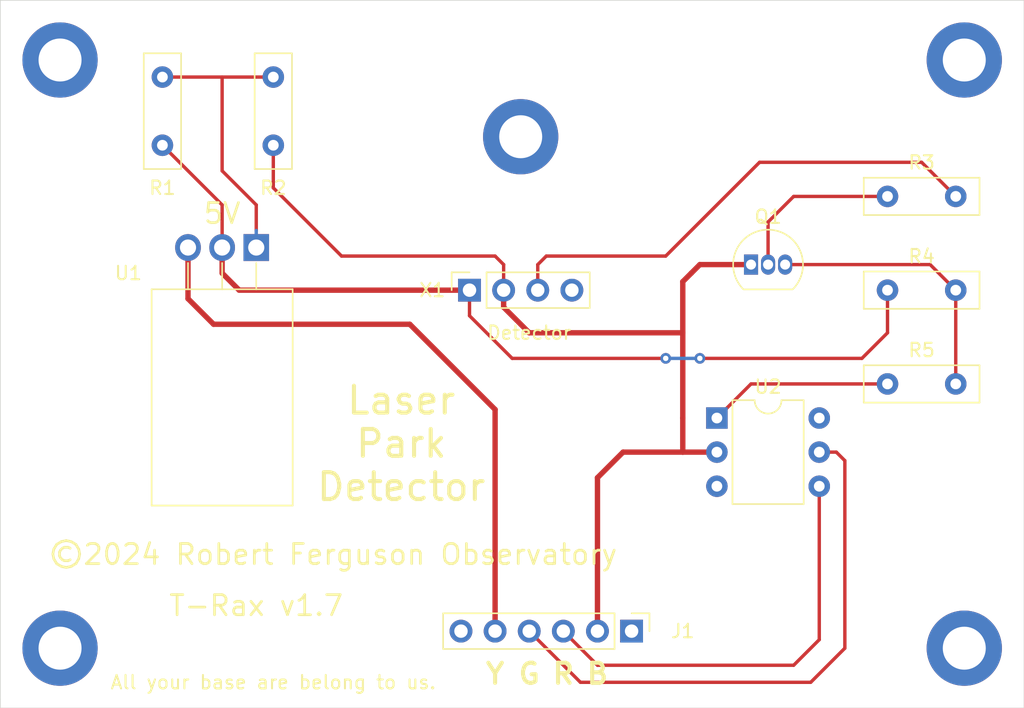
<source format=kicad_pcb>
(kicad_pcb (version 20171130) (host pcbnew "(5.1.9-0-10_14)")

  (general
    (thickness 1.6)
    (drawings 14)
    (tracks 71)
    (zones 0)
    (modules 15)
    (nets 11)
  )

  (page A4)
  (layers
    (0 F.Cu signal)
    (31 B.Cu signal)
    (32 B.Adhes user)
    (33 F.Adhes user)
    (34 B.Paste user)
    (35 F.Paste user)
    (36 B.SilkS user)
    (37 F.SilkS user)
    (38 B.Mask user)
    (39 F.Mask user)
    (40 Dwgs.User user)
    (41 Cmts.User user)
    (42 Eco1.User user)
    (43 Eco2.User user)
    (44 Edge.Cuts user)
    (45 Margin user)
    (46 B.CrtYd user)
    (47 F.CrtYd user)
    (48 B.Fab user)
    (49 F.Fab user)
  )

  (setup
    (last_trace_width 0.25)
    (user_trace_width 0.4)
    (user_trace_width 1)
    (trace_clearance 0.2)
    (zone_clearance 0.508)
    (zone_45_only no)
    (trace_min 0.2)
    (via_size 0.8)
    (via_drill 0.4)
    (via_min_size 0.4)
    (via_min_drill 0.3)
    (uvia_size 0.3)
    (uvia_drill 0.1)
    (uvias_allowed no)
    (uvia_min_size 0.2)
    (uvia_min_drill 0.1)
    (edge_width 0.05)
    (segment_width 0.2)
    (pcb_text_width 0.3)
    (pcb_text_size 1.5 1.5)
    (mod_edge_width 0.12)
    (mod_text_size 1 1)
    (mod_text_width 0.15)
    (pad_size 5.6 5.6)
    (pad_drill 3.2)
    (pad_to_mask_clearance 0)
    (aux_axis_origin 0 0)
    (visible_elements FFFFFF7F)
    (pcbplotparams
      (layerselection 0x010fc_ffffffff)
      (usegerberextensions false)
      (usegerberattributes true)
      (usegerberadvancedattributes true)
      (creategerberjobfile true)
      (excludeedgelayer true)
      (linewidth 0.100000)
      (plotframeref false)
      (viasonmask false)
      (mode 1)
      (useauxorigin false)
      (hpglpennumber 1)
      (hpglpenspeed 20)
      (hpglpendiameter 15.000000)
      (psnegative false)
      (psa4output false)
      (plotreference true)
      (plotvalue true)
      (plotinvisibletext false)
      (padsonsilk false)
      (subtractmaskfromsilk false)
      (outputformat 1)
      (mirror false)
      (drillshape 1)
      (scaleselection 1)
      (outputdirectory ""))
  )

  (net 0 "")
  (net 1 GND)
  (net 2 "Net-(J1-Pad3)")
  (net 3 "Net-(J1-Pad4)")
  (net 4 "Net-(J1-Pad5)")
  (net 5 "Net-(Q1-Pad2)")
  (net 6 "Net-(Q1-Pad3)")
  (net 7 "Net-(R1-Pad1)")
  (net 8 "Net-(R1-Pad2)")
  (net 9 "Net-(R3-Pad2)")
  (net 10 "Net-(R5-Pad1)")

  (net_class Default "This is the default net class."
    (clearance 0.2)
    (trace_width 0.25)
    (via_dia 0.8)
    (via_drill 0.4)
    (uvia_dia 0.3)
    (uvia_drill 0.1)
    (add_net GND)
    (add_net "Net-(J1-Pad3)")
    (add_net "Net-(J1-Pad4)")
    (add_net "Net-(J1-Pad5)")
    (add_net "Net-(Q1-Pad2)")
    (add_net "Net-(Q1-Pad3)")
    (add_net "Net-(R1-Pad1)")
    (add_net "Net-(R1-Pad2)")
    (add_net "Net-(R3-Pad2)")
    (add_net "Net-(R5-Pad1)")
  )

  (module MountingHole:MountingHole_3.2mm_M3_DIN965_Pad (layer F.Cu) (tedit 65D3B5AB) (tstamp 65D41F09)
    (at 99.695 61.595)
    (descr "Mounting Hole 3.2mm, M3, DIN965")
    (tags "mounting hole 3.2mm m3 din965")
    (attr virtual)
    (fp_text reference REF** (at 0 -3.8) (layer F.SilkS) hide
      (effects (font (size 1 1) (thickness 0.15)))
    )
    (fp_text value MountingHole_3.2mm_M3_DIN965_Pad (at 0 3.8) (layer F.Fab) hide
      (effects (font (size 1 1) (thickness 0.15)))
    )
    (fp_circle (center 0 0) (end 2.8 0) (layer Cmts.User) (width 0.15))
    (fp_circle (center 0 0) (end 3.05 0) (layer F.CrtYd) (width 0.05))
    (fp_text user %R (at 0.3 0) (layer F.Fab)
      (effects (font (size 1 1) (thickness 0.15)))
    )
    (pad "" thru_hole circle (at 0 0) (size 5.6 5.6) (drill 3.2) (layers *.Cu *.Mask))
  )

  (module Package_TO_SOT_THT:TO-220F-3_Horizontal_TabDown (layer F.Cu) (tedit 5AC8BA0D) (tstamp 65D400C4)
    (at 80.01 69.85 180)
    (descr "TO-220F-3, Horizontal, RM 2.54mm, see http://www.st.com/resource/en/datasheet/stp20nm60.pdf")
    (tags "TO-220F-3 Horizontal RM 2.54mm")
    (path /65EBE818)
    (fp_text reference U1 (at 9.525 -1.905) (layer F.SilkS)
      (effects (font (size 1 1) (thickness 0.15)))
    )
    (fp_text value LM1084 (at 2.54 2.9025) (layer F.Fab)
      (effects (font (size 1 1) (thickness 0.15)))
    )
    (fp_text user %R (at 2.54 -4.1675) (layer F.Fab)
      (effects (font (size 1 1) (thickness 0.15)))
    )
    (fp_circle (center 2.54 -15.8) (end 4.39 -15.8) (layer F.Fab) (width 0.1))
    (fp_line (start -2.59 -12.42) (end -2.59 -19.1) (layer F.Fab) (width 0.1))
    (fp_line (start -2.59 -19.1) (end 7.67 -19.1) (layer F.Fab) (width 0.1))
    (fp_line (start 7.67 -19.1) (end 7.67 -12.42) (layer F.Fab) (width 0.1))
    (fp_line (start 7.67 -12.42) (end -2.59 -12.42) (layer F.Fab) (width 0.1))
    (fp_line (start -2.59 -3.23) (end -2.59 -12.42) (layer F.Fab) (width 0.1))
    (fp_line (start -2.59 -12.42) (end 7.67 -12.42) (layer F.Fab) (width 0.1))
    (fp_line (start 7.67 -12.42) (end 7.67 -3.23) (layer F.Fab) (width 0.1))
    (fp_line (start 7.67 -3.23) (end -2.59 -3.23) (layer F.Fab) (width 0.1))
    (fp_line (start 0 -3.23) (end 0 0) (layer F.Fab) (width 0.1))
    (fp_line (start 2.54 -3.23) (end 2.54 0) (layer F.Fab) (width 0.1))
    (fp_line (start 5.08 -3.23) (end 5.08 0) (layer F.Fab) (width 0.1))
    (fp_line (start -2.71 -3.11) (end 7.79 -3.11) (layer F.SilkS) (width 0.12))
    (fp_line (start -2.71 -19.22) (end 7.79 -19.22) (layer F.SilkS) (width 0.12))
    (fp_line (start -2.71 -19.22) (end -2.71 -3.11) (layer F.SilkS) (width 0.12))
    (fp_line (start 7.79 -19.22) (end 7.79 -3.11) (layer F.SilkS) (width 0.12))
    (fp_line (start 0 -3.11) (end 0 -1.15) (layer F.SilkS) (width 0.12))
    (fp_line (start 2.54 -3.11) (end 2.54 -1.15) (layer F.SilkS) (width 0.12))
    (fp_line (start 5.08 -3.11) (end 5.08 -1.15) (layer F.SilkS) (width 0.12))
    (fp_line (start -2.84 -19.35) (end -2.84 1.25) (layer F.CrtYd) (width 0.05))
    (fp_line (start -2.84 1.25) (end 7.92 1.25) (layer F.CrtYd) (width 0.05))
    (fp_line (start 7.92 1.25) (end 7.92 -19.35) (layer F.CrtYd) (width 0.05))
    (fp_line (start 7.92 -19.35) (end -2.84 -19.35) (layer F.CrtYd) (width 0.05))
    (pad 3 thru_hole oval (at 5.08 0 180) (size 1.905 2) (drill 1.2) (layers *.Cu *.Mask)
      (net 4 "Net-(J1-Pad5)"))
    (pad 2 thru_hole oval (at 2.54 0 180) (size 1.905 2) (drill 1.2) (layers *.Cu *.Mask)
      (net 8 "Net-(R1-Pad2)"))
    (pad 1 thru_hole rect (at 0 0 180) (size 1.905 2) (drill 1.2) (layers *.Cu *.Mask)
      (net 7 "Net-(R1-Pad1)"))
    (pad "" np_thru_hole oval (at 2.54 -15.8 180) (size 3.5 3.5) (drill 3.5) (layers *.Cu *.Mask))
    (model ${KISYS3DMOD}/Package_TO_SOT_THT.3dshapes/TO-220F-3_Horizontal_TabDown.wrl
      (at (xyz 0 0 0))
      (scale (xyz 1 1 1))
      (rotate (xyz 0 0 0))
    )
  )

  (module MountingHole:MountingHole_3.2mm_M3_DIN965_Pad (layer F.Cu) (tedit 65D3B5AB) (tstamp 65D413C3)
    (at 65.405 55.88)
    (descr "Mounting Hole 3.2mm, M3, DIN965")
    (tags "mounting hole 3.2mm m3 din965")
    (attr virtual)
    (fp_text reference REF** (at 0 -3.8) (layer F.SilkS) hide
      (effects (font (size 1 1) (thickness 0.15)))
    )
    (fp_text value MountingHole_3.2mm_M3_DIN965_Pad (at 0 3.8) (layer F.Fab) hide
      (effects (font (size 1 1) (thickness 0.15)))
    )
    (fp_text user %R (at 0.3 0) (layer F.Fab)
      (effects (font (size 1 1) (thickness 0.15)))
    )
    (fp_circle (center 0 0) (end 2.8 0) (layer Cmts.User) (width 0.15))
    (fp_circle (center 0 0) (end 3.05 0) (layer F.CrtYd) (width 0.05))
    (pad "" thru_hole circle (at 0 0) (size 5.6 5.6) (drill 3.2) (layers *.Cu *.Mask))
  )

  (module MountingHole:MountingHole_3.2mm_M3_DIN965_Pad (layer F.Cu) (tedit 65D3B594) (tstamp 65D4136F)
    (at 65.405 99.695)
    (descr "Mounting Hole 3.2mm, M3, DIN965")
    (tags "mounting hole 3.2mm m3 din965")
    (attr virtual)
    (fp_text reference REF** (at 0 -3.8) (layer F.SilkS) hide
      (effects (font (size 1 1) (thickness 0.15)))
    )
    (fp_text value MountingHole_3.2mm_M3_DIN965_Pad (at 0 3.8) (layer F.Fab) hide
      (effects (font (size 1 1) (thickness 0.15)))
    )
    (fp_text user %R (at 0.3 0) (layer F.Fab)
      (effects (font (size 1 1) (thickness 0.15)))
    )
    (fp_circle (center 0 0) (end 2.8 0) (layer Cmts.User) (width 0.15))
    (fp_circle (center 0 0) (end 3.05 0) (layer F.CrtYd) (width 0.05))
    (pad "" thru_hole circle (at 0 0) (size 5.6 5.6) (drill 3.2) (layers *.Cu *.Mask))
  )

  (module MountingHole:MountingHole_3.2mm_M3_DIN965_Pad (layer F.Cu) (tedit 65D3B5B4) (tstamp 65D41336)
    (at 132.715 55.88)
    (descr "Mounting Hole 3.2mm, M3, DIN965")
    (tags "mounting hole 3.2mm m3 din965")
    (attr virtual)
    (fp_text reference REF** (at 0 -3.8) (layer F.SilkS) hide
      (effects (font (size 1 1) (thickness 0.15)))
    )
    (fp_text value "M3 hole" (at 0 3.81) (layer F.Fab) hide
      (effects (font (size 1 1) (thickness 0.15)))
    )
    (fp_text user %R (at 0.3 0) (layer F.Fab)
      (effects (font (size 1 1) (thickness 0.15)))
    )
    (fp_circle (center 0 0) (end 2.8 0) (layer Cmts.User) (width 0.15))
    (fp_circle (center 0 0) (end 3.05 0) (layer F.CrtYd) (width 0.05))
    (pad "" thru_hole circle (at 0 0) (size 5.6 5.6) (drill 3.2) (layers *.Cu *.Mask))
  )

  (module MountingHole:MountingHole_3.2mm_M3_DIN965_Pad (layer F.Cu) (tedit 65D3B5BE) (tstamp 65D412FD)
    (at 132.715 99.695)
    (descr "Mounting Hole 3.2mm, M3, DIN965")
    (tags "mounting hole 3.2mm m3 din965")
    (attr virtual)
    (fp_text reference REF** (at 0 -3.8) (layer F.SilkS) hide
      (effects (font (size 1 1) (thickness 0.15)))
    )
    (fp_text value MountingHole_3.2mm_M3_DIN965_Pad (at 0 3.8) (layer F.Fab) hide
      (effects (font (size 1 1) (thickness 0.15)))
    )
    (fp_text user %R (at 0.3 0) (layer F.Fab)
      (effects (font (size 1 1) (thickness 0.15)))
    )
    (fp_circle (center 0 0) (end 2.8 0) (layer Cmts.User) (width 0.15))
    (fp_circle (center 0 0) (end 3.05 0) (layer F.CrtYd) (width 0.05))
    (pad "" thru_hole circle (at 0 0) (size 5.6 5.6) (drill 3.2) (layers *.Cu *.Mask))
  )

  (module Connector_PinHeader_2.54mm:PinHeader_1x06_P2.54mm_Vertical (layer F.Cu) (tedit 59FED5CC) (tstamp 65D40036)
    (at 107.95 98.425 270)
    (descr "Through hole straight pin header, 1x06, 2.54mm pitch, single row")
    (tags "Through hole pin header THT 1x06 2.54mm single row")
    (path /65EBE81E)
    (fp_text reference J1 (at 0 -3.81 180) (layer F.SilkS)
      (effects (font (size 1 1) (thickness 0.15)))
    )
    (fp_text value RJ25 (at 0 15.03 90) (layer F.Fab)
      (effects (font (size 1 1) (thickness 0.15)))
    )
    (fp_line (start 1.8 -1.8) (end -1.8 -1.8) (layer F.CrtYd) (width 0.05))
    (fp_line (start 1.8 14.5) (end 1.8 -1.8) (layer F.CrtYd) (width 0.05))
    (fp_line (start -1.8 14.5) (end 1.8 14.5) (layer F.CrtYd) (width 0.05))
    (fp_line (start -1.8 -1.8) (end -1.8 14.5) (layer F.CrtYd) (width 0.05))
    (fp_line (start -1.33 -1.33) (end 0 -1.33) (layer F.SilkS) (width 0.12))
    (fp_line (start -1.33 0) (end -1.33 -1.33) (layer F.SilkS) (width 0.12))
    (fp_line (start -1.33 1.27) (end 1.33 1.27) (layer F.SilkS) (width 0.12))
    (fp_line (start 1.33 1.27) (end 1.33 14.03) (layer F.SilkS) (width 0.12))
    (fp_line (start -1.33 1.27) (end -1.33 14.03) (layer F.SilkS) (width 0.12))
    (fp_line (start -1.33 14.03) (end 1.33 14.03) (layer F.SilkS) (width 0.12))
    (fp_line (start -1.27 -0.635) (end -0.635 -1.27) (layer F.Fab) (width 0.1))
    (fp_line (start -1.27 13.97) (end -1.27 -0.635) (layer F.Fab) (width 0.1))
    (fp_line (start 1.27 13.97) (end -1.27 13.97) (layer F.Fab) (width 0.1))
    (fp_line (start 1.27 -1.27) (end 1.27 13.97) (layer F.Fab) (width 0.1))
    (fp_line (start -0.635 -1.27) (end 1.27 -1.27) (layer F.Fab) (width 0.1))
    (fp_text user %R (at 0 6.35) (layer F.Fab)
      (effects (font (size 1 1) (thickness 0.15)))
    )
    (pad 1 thru_hole rect (at 0 0 270) (size 1.7 1.7) (drill 1) (layers *.Cu *.Mask))
    (pad 2 thru_hole oval (at 0 2.54 270) (size 1.7 1.7) (drill 1) (layers *.Cu *.Mask)
      (net 1 GND))
    (pad 3 thru_hole oval (at 0 5.08 270) (size 1.7 1.7) (drill 1) (layers *.Cu *.Mask)
      (net 2 "Net-(J1-Pad3)"))
    (pad 4 thru_hole oval (at 0 7.62 270) (size 1.7 1.7) (drill 1) (layers *.Cu *.Mask)
      (net 3 "Net-(J1-Pad4)"))
    (pad 5 thru_hole oval (at 0 10.16 270) (size 1.7 1.7) (drill 1) (layers *.Cu *.Mask)
      (net 4 "Net-(J1-Pad5)"))
    (pad 6 thru_hole oval (at 0 12.7 270) (size 1.7 1.7) (drill 1) (layers *.Cu *.Mask))
    (model ${KISYS3DMOD}/Connector_PinHeader_2.54mm.3dshapes/PinHeader_1x06_P2.54mm_Vertical.wrl
      (at (xyz 0 0 0))
      (scale (xyz 1 1 1))
      (rotate (xyz 0 0 0))
    )
  )

  (module Package_TO_SOT_THT:TO-92_Inline (layer F.Cu) (tedit 5A1DD157) (tstamp 65D40048)
    (at 116.84 71.12)
    (descr "TO-92 leads in-line, narrow, oval pads, drill 0.75mm (see NXP sot054_po.pdf)")
    (tags "to-92 sc-43 sc-43a sot54 PA33 transistor")
    (path /65EBE87F)
    (fp_text reference Q1 (at 1.27 -3.56) (layer F.SilkS)
      (effects (font (size 1 1) (thickness 0.15)))
    )
    (fp_text value 2N2222 (at 1.27 2.79) (layer F.Fab)
      (effects (font (size 1 1) (thickness 0.15)))
    )
    (fp_line (start 4 2.01) (end -1.46 2.01) (layer F.CrtYd) (width 0.05))
    (fp_line (start 4 2.01) (end 4 -2.73) (layer F.CrtYd) (width 0.05))
    (fp_line (start -1.46 -2.73) (end -1.46 2.01) (layer F.CrtYd) (width 0.05))
    (fp_line (start -1.46 -2.73) (end 4 -2.73) (layer F.CrtYd) (width 0.05))
    (fp_line (start -0.5 1.75) (end 3 1.75) (layer F.Fab) (width 0.1))
    (fp_line (start -0.53 1.85) (end 3.07 1.85) (layer F.SilkS) (width 0.12))
    (fp_text user %R (at 1.27 0) (layer F.Fab)
      (effects (font (size 1 1) (thickness 0.15)))
    )
    (fp_arc (start 1.27 0) (end 1.27 -2.48) (angle 135) (layer F.Fab) (width 0.1))
    (fp_arc (start 1.27 0) (end 1.27 -2.6) (angle -135) (layer F.SilkS) (width 0.12))
    (fp_arc (start 1.27 0) (end 1.27 -2.48) (angle -135) (layer F.Fab) (width 0.1))
    (fp_arc (start 1.27 0) (end 1.27 -2.6) (angle 135) (layer F.SilkS) (width 0.12))
    (pad 2 thru_hole oval (at 1.27 0) (size 1.05 1.5) (drill 0.75) (layers *.Cu *.Mask)
      (net 5 "Net-(Q1-Pad2)"))
    (pad 3 thru_hole oval (at 2.54 0) (size 1.05 1.5) (drill 0.75) (layers *.Cu *.Mask)
      (net 6 "Net-(Q1-Pad3)"))
    (pad 1 thru_hole rect (at 0 0) (size 1.05 1.5) (drill 0.75) (layers *.Cu *.Mask)
      (net 1 GND))
    (model ${KISYS3DMOD}/Package_TO_SOT_THT.3dshapes/TO-92_Inline.wrl
      (at (xyz 0 0 0))
      (scale (xyz 1 1 1))
      (rotate (xyz 0 0 0))
    )
  )

  (module Resistor_THT:R_Box_L8.4mm_W2.5mm_P5.08mm (layer F.Cu) (tedit 5AE5139B) (tstamp 65D40D26)
    (at 73.025 57.15 270)
    (descr "Resistor, Box series, Radial, pin pitch=5.08mm, 0.5W = 1/2W, length*width=8.38*2.54mm^2, http://www.vishay.com/docs/60051/cns020.pdf")
    (tags "Resistor Box series Radial pin pitch 5.08mm 0.5W = 1/2W length 8.38mm width 2.54mm")
    (path /65EBE825)
    (fp_text reference R1 (at 8.255 0 180) (layer F.SilkS)
      (effects (font (size 1 1) (thickness 0.15)))
    )
    (fp_text value 118 (at 2.54 2.52 90) (layer F.Fab)
      (effects (font (size 1 1) (thickness 0.15)))
    )
    (fp_line (start 6.98 -1.52) (end -1.91 -1.52) (layer F.CrtYd) (width 0.05))
    (fp_line (start 6.98 1.52) (end 6.98 -1.52) (layer F.CrtYd) (width 0.05))
    (fp_line (start -1.91 1.52) (end 6.98 1.52) (layer F.CrtYd) (width 0.05))
    (fp_line (start -1.91 -1.52) (end -1.91 1.52) (layer F.CrtYd) (width 0.05))
    (fp_line (start 6.85 -1.39) (end 6.85 1.39) (layer F.SilkS) (width 0.12))
    (fp_line (start -1.77 -1.39) (end -1.77 1.39) (layer F.SilkS) (width 0.12))
    (fp_line (start -1.77 1.39) (end 6.85 1.39) (layer F.SilkS) (width 0.12))
    (fp_line (start -1.77 -1.39) (end 6.85 -1.39) (layer F.SilkS) (width 0.12))
    (fp_line (start 6.73 -1.27) (end -1.65 -1.27) (layer F.Fab) (width 0.1))
    (fp_line (start 6.73 1.27) (end 6.73 -1.27) (layer F.Fab) (width 0.1))
    (fp_line (start -1.65 1.27) (end 6.73 1.27) (layer F.Fab) (width 0.1))
    (fp_line (start -1.65 -1.27) (end -1.65 1.27) (layer F.Fab) (width 0.1))
    (fp_text user %R (at 2.54 0 90) (layer F.Fab)
      (effects (font (size 1 1) (thickness 0.15)))
    )
    (pad 1 thru_hole circle (at 0 0 270) (size 1.6 1.6) (drill 0.8) (layers *.Cu *.Mask)
      (net 7 "Net-(R1-Pad1)"))
    (pad 2 thru_hole circle (at 5.08 0 270) (size 1.6 1.6) (drill 0.8) (layers *.Cu *.Mask)
      (net 8 "Net-(R1-Pad2)"))
    (model ${KISYS3DMOD}/Resistor_THT.3dshapes/R_Box_L8.4mm_W2.5mm_P5.08mm.wrl
      (at (xyz 0 0 0))
      (scale (xyz 1 1 1))
      (rotate (xyz 0 0 0))
    )
  )

  (module Resistor_THT:R_Box_L8.4mm_W2.5mm_P5.08mm (layer F.Cu) (tedit 5AE5139B) (tstamp 65D4006E)
    (at 81.28 62.23 90)
    (descr "Resistor, Box series, Radial, pin pitch=5.08mm, 0.5W = 1/2W, length*width=8.38*2.54mm^2, http://www.vishay.com/docs/60051/cns020.pdf")
    (tags "Resistor Box series Radial pin pitch 5.08mm 0.5W = 1/2W length 8.38mm width 2.54mm")
    (path /65EBE82B)
    (fp_text reference R2 (at -3.175 0 180) (layer F.SilkS)
      (effects (font (size 1 1) (thickness 0.15)))
    )
    (fp_text value 354 (at 2.54 2.52 90) (layer F.Fab)
      (effects (font (size 1 1) (thickness 0.15)))
    )
    (fp_text user %R (at 2.54 0 90) (layer F.Fab)
      (effects (font (size 1 1) (thickness 0.15)))
    )
    (fp_line (start -1.65 -1.27) (end -1.65 1.27) (layer F.Fab) (width 0.1))
    (fp_line (start -1.65 1.27) (end 6.73 1.27) (layer F.Fab) (width 0.1))
    (fp_line (start 6.73 1.27) (end 6.73 -1.27) (layer F.Fab) (width 0.1))
    (fp_line (start 6.73 -1.27) (end -1.65 -1.27) (layer F.Fab) (width 0.1))
    (fp_line (start -1.77 -1.39) (end 6.85 -1.39) (layer F.SilkS) (width 0.12))
    (fp_line (start -1.77 1.39) (end 6.85 1.39) (layer F.SilkS) (width 0.12))
    (fp_line (start -1.77 -1.39) (end -1.77 1.39) (layer F.SilkS) (width 0.12))
    (fp_line (start 6.85 -1.39) (end 6.85 1.39) (layer F.SilkS) (width 0.12))
    (fp_line (start -1.91 -1.52) (end -1.91 1.52) (layer F.CrtYd) (width 0.05))
    (fp_line (start -1.91 1.52) (end 6.98 1.52) (layer F.CrtYd) (width 0.05))
    (fp_line (start 6.98 1.52) (end 6.98 -1.52) (layer F.CrtYd) (width 0.05))
    (fp_line (start 6.98 -1.52) (end -1.91 -1.52) (layer F.CrtYd) (width 0.05))
    (pad 2 thru_hole circle (at 5.08 0 90) (size 1.6 1.6) (drill 0.8) (layers *.Cu *.Mask)
      (net 7 "Net-(R1-Pad1)"))
    (pad 1 thru_hole circle (at 0 0 90) (size 1.6 1.6) (drill 0.8) (layers *.Cu *.Mask)
      (net 1 GND))
    (model ${KISYS3DMOD}/Resistor_THT.3dshapes/R_Box_L8.4mm_W2.5mm_P5.08mm.wrl
      (at (xyz 0 0 0))
      (scale (xyz 1 1 1))
      (rotate (xyz 0 0 0))
    )
  )

  (module Resistor_THT:R_Box_L8.4mm_W2.5mm_P5.08mm (layer F.Cu) (tedit 5AE5139B) (tstamp 65D40081)
    (at 127 66.04)
    (descr "Resistor, Box series, Radial, pin pitch=5.08mm, 0.5W = 1/2W, length*width=8.38*2.54mm^2, http://www.vishay.com/docs/60051/cns020.pdf")
    (tags "Resistor Box series Radial pin pitch 5.08mm 0.5W = 1/2W length 8.38mm width 2.54mm")
    (path /65EBE844)
    (fp_text reference R3 (at 2.54 -2.52) (layer F.SilkS)
      (effects (font (size 1 1) (thickness 0.15)))
    )
    (fp_text value 1K (at 2.54 2.52) (layer F.Fab)
      (effects (font (size 1 1) (thickness 0.15)))
    )
    (fp_line (start 6.98 -1.52) (end -1.91 -1.52) (layer F.CrtYd) (width 0.05))
    (fp_line (start 6.98 1.52) (end 6.98 -1.52) (layer F.CrtYd) (width 0.05))
    (fp_line (start -1.91 1.52) (end 6.98 1.52) (layer F.CrtYd) (width 0.05))
    (fp_line (start -1.91 -1.52) (end -1.91 1.52) (layer F.CrtYd) (width 0.05))
    (fp_line (start 6.85 -1.39) (end 6.85 1.39) (layer F.SilkS) (width 0.12))
    (fp_line (start -1.77 -1.39) (end -1.77 1.39) (layer F.SilkS) (width 0.12))
    (fp_line (start -1.77 1.39) (end 6.85 1.39) (layer F.SilkS) (width 0.12))
    (fp_line (start -1.77 -1.39) (end 6.85 -1.39) (layer F.SilkS) (width 0.12))
    (fp_line (start 6.73 -1.27) (end -1.65 -1.27) (layer F.Fab) (width 0.1))
    (fp_line (start 6.73 1.27) (end 6.73 -1.27) (layer F.Fab) (width 0.1))
    (fp_line (start -1.65 1.27) (end 6.73 1.27) (layer F.Fab) (width 0.1))
    (fp_line (start -1.65 -1.27) (end -1.65 1.27) (layer F.Fab) (width 0.1))
    (fp_text user %R (at 2.54 0) (layer F.Fab)
      (effects (font (size 1 1) (thickness 0.15)))
    )
    (pad 1 thru_hole circle (at 0 0) (size 1.6 1.6) (drill 0.8) (layers *.Cu *.Mask)
      (net 5 "Net-(Q1-Pad2)"))
    (pad 2 thru_hole circle (at 5.08 0) (size 1.6 1.6) (drill 0.8) (layers *.Cu *.Mask)
      (net 9 "Net-(R3-Pad2)"))
    (model ${KISYS3DMOD}/Resistor_THT.3dshapes/R_Box_L8.4mm_W2.5mm_P5.08mm.wrl
      (at (xyz 0 0 0))
      (scale (xyz 1 1 1))
      (rotate (xyz 0 0 0))
    )
  )

  (module Resistor_THT:R_Box_L8.4mm_W2.5mm_P5.08mm (layer F.Cu) (tedit 5AE5139B) (tstamp 65D40094)
    (at 127 73.025)
    (descr "Resistor, Box series, Radial, pin pitch=5.08mm, 0.5W = 1/2W, length*width=8.38*2.54mm^2, http://www.vishay.com/docs/60051/cns020.pdf")
    (tags "Resistor Box series Radial pin pitch 5.08mm 0.5W = 1/2W length 8.38mm width 2.54mm")
    (path /65EBE84A)
    (fp_text reference R4 (at 2.54 -2.52) (layer F.SilkS)
      (effects (font (size 1 1) (thickness 0.15)))
    )
    (fp_text value 1K (at 2.54 2.52) (layer F.Fab)
      (effects (font (size 1 1) (thickness 0.15)))
    )
    (fp_text user %R (at 2.54 0) (layer F.Fab)
      (effects (font (size 1 1) (thickness 0.15)))
    )
    (fp_line (start -1.65 -1.27) (end -1.65 1.27) (layer F.Fab) (width 0.1))
    (fp_line (start -1.65 1.27) (end 6.73 1.27) (layer F.Fab) (width 0.1))
    (fp_line (start 6.73 1.27) (end 6.73 -1.27) (layer F.Fab) (width 0.1))
    (fp_line (start 6.73 -1.27) (end -1.65 -1.27) (layer F.Fab) (width 0.1))
    (fp_line (start -1.77 -1.39) (end 6.85 -1.39) (layer F.SilkS) (width 0.12))
    (fp_line (start -1.77 1.39) (end 6.85 1.39) (layer F.SilkS) (width 0.12))
    (fp_line (start -1.77 -1.39) (end -1.77 1.39) (layer F.SilkS) (width 0.12))
    (fp_line (start 6.85 -1.39) (end 6.85 1.39) (layer F.SilkS) (width 0.12))
    (fp_line (start -1.91 -1.52) (end -1.91 1.52) (layer F.CrtYd) (width 0.05))
    (fp_line (start -1.91 1.52) (end 6.98 1.52) (layer F.CrtYd) (width 0.05))
    (fp_line (start 6.98 1.52) (end 6.98 -1.52) (layer F.CrtYd) (width 0.05))
    (fp_line (start 6.98 -1.52) (end -1.91 -1.52) (layer F.CrtYd) (width 0.05))
    (pad 2 thru_hole circle (at 5.08 0) (size 1.6 1.6) (drill 0.8) (layers *.Cu *.Mask)
      (net 6 "Net-(Q1-Pad3)"))
    (pad 1 thru_hole circle (at 0 0) (size 1.6 1.6) (drill 0.8) (layers *.Cu *.Mask)
      (net 8 "Net-(R1-Pad2)"))
    (model ${KISYS3DMOD}/Resistor_THT.3dshapes/R_Box_L8.4mm_W2.5mm_P5.08mm.wrl
      (at (xyz 0 0 0))
      (scale (xyz 1 1 1))
      (rotate (xyz 0 0 0))
    )
  )

  (module Resistor_THT:R_Box_L8.4mm_W2.5mm_P5.08mm (layer F.Cu) (tedit 5AE5139B) (tstamp 65D400A7)
    (at 127 80.01)
    (descr "Resistor, Box series, Radial, pin pitch=5.08mm, 0.5W = 1/2W, length*width=8.38*2.54mm^2, http://www.vishay.com/docs/60051/cns020.pdf")
    (tags "Resistor Box series Radial pin pitch 5.08mm 0.5W = 1/2W length 8.38mm width 2.54mm")
    (path /65EBE850)
    (fp_text reference R5 (at 2.54 -2.52) (layer F.SilkS)
      (effects (font (size 1 1) (thickness 0.15)))
    )
    (fp_text value 100 (at 2.54 2.52) (layer F.Fab)
      (effects (font (size 1 1) (thickness 0.15)))
    )
    (fp_line (start 6.98 -1.52) (end -1.91 -1.52) (layer F.CrtYd) (width 0.05))
    (fp_line (start 6.98 1.52) (end 6.98 -1.52) (layer F.CrtYd) (width 0.05))
    (fp_line (start -1.91 1.52) (end 6.98 1.52) (layer F.CrtYd) (width 0.05))
    (fp_line (start -1.91 -1.52) (end -1.91 1.52) (layer F.CrtYd) (width 0.05))
    (fp_line (start 6.85 -1.39) (end 6.85 1.39) (layer F.SilkS) (width 0.12))
    (fp_line (start -1.77 -1.39) (end -1.77 1.39) (layer F.SilkS) (width 0.12))
    (fp_line (start -1.77 1.39) (end 6.85 1.39) (layer F.SilkS) (width 0.12))
    (fp_line (start -1.77 -1.39) (end 6.85 -1.39) (layer F.SilkS) (width 0.12))
    (fp_line (start 6.73 -1.27) (end -1.65 -1.27) (layer F.Fab) (width 0.1))
    (fp_line (start 6.73 1.27) (end 6.73 -1.27) (layer F.Fab) (width 0.1))
    (fp_line (start -1.65 1.27) (end 6.73 1.27) (layer F.Fab) (width 0.1))
    (fp_line (start -1.65 -1.27) (end -1.65 1.27) (layer F.Fab) (width 0.1))
    (fp_text user %R (at 2.54 0) (layer F.Fab)
      (effects (font (size 1 1) (thickness 0.15)))
    )
    (pad 1 thru_hole circle (at 0 0) (size 1.6 1.6) (drill 0.8) (layers *.Cu *.Mask)
      (net 10 "Net-(R5-Pad1)"))
    (pad 2 thru_hole circle (at 5.08 0) (size 1.6 1.6) (drill 0.8) (layers *.Cu *.Mask)
      (net 6 "Net-(Q1-Pad3)"))
    (model ${KISYS3DMOD}/Resistor_THT.3dshapes/R_Box_L8.4mm_W2.5mm_P5.08mm.wrl
      (at (xyz 0 0 0))
      (scale (xyz 1 1 1))
      (rotate (xyz 0 0 0))
    )
  )

  (module Package_DIP:DIP-6_W7.62mm (layer F.Cu) (tedit 5A02E8C5) (tstamp 65D400DE)
    (at 114.3 82.55)
    (descr "6-lead though-hole mounted DIP package, row spacing 7.62 mm (300 mils)")
    (tags "THT DIP DIL PDIP 2.54mm 7.62mm 300mil")
    (path /65EBE856)
    (fp_text reference U2 (at 3.81 -2.33) (layer F.SilkS)
      (effects (font (size 1 1) (thickness 0.15)))
    )
    (fp_text value 4N25 (at 3.81 7.41) (layer F.Fab)
      (effects (font (size 1 1) (thickness 0.15)))
    )
    (fp_line (start 8.7 -1.55) (end -1.1 -1.55) (layer F.CrtYd) (width 0.05))
    (fp_line (start 8.7 6.6) (end 8.7 -1.55) (layer F.CrtYd) (width 0.05))
    (fp_line (start -1.1 6.6) (end 8.7 6.6) (layer F.CrtYd) (width 0.05))
    (fp_line (start -1.1 -1.55) (end -1.1 6.6) (layer F.CrtYd) (width 0.05))
    (fp_line (start 6.46 -1.33) (end 4.81 -1.33) (layer F.SilkS) (width 0.12))
    (fp_line (start 6.46 6.41) (end 6.46 -1.33) (layer F.SilkS) (width 0.12))
    (fp_line (start 1.16 6.41) (end 6.46 6.41) (layer F.SilkS) (width 0.12))
    (fp_line (start 1.16 -1.33) (end 1.16 6.41) (layer F.SilkS) (width 0.12))
    (fp_line (start 2.81 -1.33) (end 1.16 -1.33) (layer F.SilkS) (width 0.12))
    (fp_line (start 0.635 -0.27) (end 1.635 -1.27) (layer F.Fab) (width 0.1))
    (fp_line (start 0.635 6.35) (end 0.635 -0.27) (layer F.Fab) (width 0.1))
    (fp_line (start 6.985 6.35) (end 0.635 6.35) (layer F.Fab) (width 0.1))
    (fp_line (start 6.985 -1.27) (end 6.985 6.35) (layer F.Fab) (width 0.1))
    (fp_line (start 1.635 -1.27) (end 6.985 -1.27) (layer F.Fab) (width 0.1))
    (fp_arc (start 3.81 -1.33) (end 2.81 -1.33) (angle -180) (layer F.SilkS) (width 0.12))
    (fp_text user %R (at 3.81 2.54) (layer F.Fab)
      (effects (font (size 1 1) (thickness 0.15)))
    )
    (pad 1 thru_hole rect (at 0 0) (size 1.6 1.6) (drill 0.8) (layers *.Cu *.Mask)
      (net 10 "Net-(R5-Pad1)"))
    (pad 4 thru_hole oval (at 7.62 5.08) (size 1.6 1.6) (drill 0.8) (layers *.Cu *.Mask)
      (net 2 "Net-(J1-Pad3)"))
    (pad 2 thru_hole oval (at 0 2.54) (size 1.6 1.6) (drill 0.8) (layers *.Cu *.Mask)
      (net 1 GND))
    (pad 5 thru_hole oval (at 7.62 2.54) (size 1.6 1.6) (drill 0.8) (layers *.Cu *.Mask)
      (net 3 "Net-(J1-Pad4)"))
    (pad 3 thru_hole oval (at 0 5.08) (size 1.6 1.6) (drill 0.8) (layers *.Cu *.Mask))
    (pad 6 thru_hole oval (at 7.62 0) (size 1.6 1.6) (drill 0.8) (layers *.Cu *.Mask))
    (model ${KISYS3DMOD}/Package_DIP.3dshapes/DIP-6_W7.62mm.wrl
      (at (xyz 0 0 0))
      (scale (xyz 1 1 1))
      (rotate (xyz 0 0 0))
    )
  )

  (module Connector_PinSocket_2.54mm:PhotoDetectorModule (layer F.Cu) (tedit 65D385A1) (tstamp 65D400F6)
    (at 95.885 73.025 90)
    (descr "Through hole straight socket strip, 1x04, 2.54mm pitch, single row (from Kicad 4.0.7), script generated")
    (tags "Through hole socket strip THT 1x04 2.54mm single row")
    (path /65EBE83E)
    (fp_text reference X1 (at 0 -2.77 180) (layer F.SilkS)
      (effects (font (size 1 1) (thickness 0.15)))
    )
    (fp_text value Detector (at -3.175 4.445 180) (layer F.SilkS)
      (effects (font (size 1 1) (thickness 0.15)))
    )
    (fp_line (start -1.27 -1.27) (end 0.635 -1.27) (layer F.Fab) (width 0.1))
    (fp_line (start 0.635 -1.27) (end 1.27 -0.635) (layer F.Fab) (width 0.1))
    (fp_line (start 1.27 -0.635) (end 1.27 8.89) (layer F.Fab) (width 0.1))
    (fp_line (start 1.27 8.89) (end -1.27 8.89) (layer F.Fab) (width 0.1))
    (fp_line (start -1.27 8.89) (end -1.27 -1.27) (layer F.Fab) (width 0.1))
    (fp_line (start -1.33 1.27) (end 1.33 1.27) (layer F.SilkS) (width 0.12))
    (fp_line (start -1.33 1.27) (end -1.33 8.95) (layer F.SilkS) (width 0.12))
    (fp_line (start -1.33 8.95) (end 1.33 8.95) (layer F.SilkS) (width 0.12))
    (fp_line (start 1.33 1.27) (end 1.33 8.95) (layer F.SilkS) (width 0.12))
    (fp_line (start 1.33 -1.33) (end 1.33 0) (layer F.SilkS) (width 0.12))
    (fp_line (start 0 -1.33) (end 1.33 -1.33) (layer F.SilkS) (width 0.12))
    (fp_line (start -1.8 -1.8) (end 1.75 -1.8) (layer F.CrtYd) (width 0.05))
    (fp_line (start 1.75 -1.8) (end 1.75 9.4) (layer F.CrtYd) (width 0.05))
    (fp_line (start 1.75 9.4) (end -1.8 9.4) (layer F.CrtYd) (width 0.05))
    (fp_line (start -1.8 9.4) (end -1.8 -1.8) (layer F.CrtYd) (width 0.05))
    (fp_text user %R (at 0 10.795) (layer F.Fab)
      (effects (font (size 1 1) (thickness 0.15)))
    )
    (pad 1 thru_hole rect (at 0 0 90) (size 1.7 1.7) (drill 1) (layers *.Cu *.Mask)
      (net 8 "Net-(R1-Pad2)"))
    (pad 2 thru_hole oval (at 0 2.54 90) (size 1.7 1.7) (drill 1) (layers *.Cu *.Mask)
      (net 1 GND))
    (pad 3 thru_hole oval (at 0 5.08 90) (size 1.7 1.7) (drill 1) (layers *.Cu *.Mask)
      (net 9 "Net-(R3-Pad2)"))
    (pad 4 thru_hole oval (at 0 7.62 90) (size 1.7 1.7) (drill 1) (layers *.Cu *.Mask))
    (model ${KISYS3DMOD}/Connector_PinSocket_2.54mm.3dshapes/PinSocket_1x04_P2.54mm_Vertical.wrl
      (at (xyz 0 0 0))
      (scale (xyz 1 1 1))
      (rotate (xyz 0 0 0))
    )
  )

  (gr_text "All your base are belong to us." (at 81.28 102.235) (layer F.SilkS)
    (effects (font (size 1 1) (thickness 0.15)))
  )
  (gr_text 5V (at 77.47 67.31) (layer F.SilkS)
    (effects (font (size 1.5 1.5) (thickness 0.2)))
  )
  (gr_text "T-Rax v1.7" (at 80.01 96.52) (layer F.SilkS)
    (effects (font (size 1.5 1.5) (thickness 0.2)))
  )
  (gr_text "©2024 Robert Ferguson Observatory" (at 85.725 92.71) (layer F.SilkS)
    (effects (font (size 1.5 1.5) (thickness 0.2)))
  )
  (gr_text "Laser\nPark\nDetector" (at 90.805 84.455) (layer F.SilkS)
    (effects (font (size 2 2) (thickness 0.3)))
  )
  (gr_line (start 60.96 104.14) (end 60.96 103.505) (layer Edge.Cuts) (width 0.05) (tstamp 65D413AE))
  (gr_line (start 137.16 104.14) (end 60.96 104.14) (layer Edge.Cuts) (width 0.05))
  (gr_line (start 60.96 51.435) (end 60.96 103.505) (layer Edge.Cuts) (width 0.05) (tstamp 65D413BA))
  (gr_line (start 137.16 51.435) (end 60.96 51.435) (layer Edge.Cuts) (width 0.05))
  (gr_line (start 137.16 104.14) (end 137.16 51.435) (layer Edge.Cuts) (width 0.05))
  (gr_text B (at 105.41 101.6) (layer F.SilkS)
    (effects (font (size 1.5 1.5) (thickness 0.3)))
  )
  (gr_text R (at 102.87 101.6) (layer F.SilkS)
    (effects (font (size 1.5 1.5) (thickness 0.3)))
  )
  (gr_text G (at 100.33 101.6) (layer F.SilkS)
    (effects (font (size 1.5 1.5) (thickness 0.3)))
  )
  (gr_text Y (at 97.79 101.6) (layer F.SilkS)
    (effects (font (size 1.5 1.5) (thickness 0.3)))
  )

  (segment (start 116.84 71.12) (end 113.03 71.12) (width 0.4) (layer F.Cu) (net 1))
  (segment (start 113.03 71.12) (end 112.395 71.755) (width 0.4) (layer F.Cu) (net 1))
  (segment (start 111.76 72.39) (end 112.395 71.755) (width 0.4) (layer F.Cu) (net 1))
  (segment (start 111.76 82.55) (end 111.76 78.105) (width 0.4) (layer F.Cu) (net 1))
  (segment (start 111.76 82.55) (end 111.76 85.09) (width 0.4) (layer F.Cu) (net 1))
  (segment (start 111.76 85.09) (end 107.315 85.09) (width 0.4) (layer F.Cu) (net 1))
  (segment (start 105.41 86.995) (end 105.41 98.425) (width 0.4) (layer F.Cu) (net 1))
  (segment (start 107.315 85.09) (end 105.41 86.995) (width 0.4) (layer F.Cu) (net 1))
  (segment (start 111.76 85.09) (end 114.3 85.09) (width 0.4) (layer F.Cu) (net 1))
  (segment (start 111.76 76.2) (end 100.33 76.2) (width 0.4) (layer F.Cu) (net 1))
  (segment (start 100.33 76.2) (end 98.425 74.295) (width 0.4) (layer F.Cu) (net 1))
  (segment (start 98.425 73.025) (end 98.425 74.295) (width 0.4) (layer F.Cu) (net 1))
  (segment (start 111.76 78.105) (end 111.76 76.2) (width 0.4) (layer F.Cu) (net 1))
  (segment (start 111.76 76.2) (end 111.76 72.39) (width 0.4) (layer F.Cu) (net 1))
  (segment (start 97.79 70.485) (end 98.425 71.12) (width 0.25) (layer F.Cu) (net 1))
  (segment (start 86.36 70.485) (end 97.79 70.485) (width 0.25) (layer F.Cu) (net 1))
  (segment (start 98.425 71.12) (end 98.425 73.025) (width 0.25) (layer F.Cu) (net 1))
  (segment (start 81.28 65.405) (end 86.36 70.485) (width 0.25) (layer F.Cu) (net 1))
  (segment (start 81.28 62.23) (end 81.28 65.405) (width 0.25) (layer F.Cu) (net 1))
  (segment (start 121.92 87.63) (end 121.92 99.06) (width 0.25) (layer F.Cu) (net 2))
  (segment (start 121.92 99.06) (end 120.015 100.965) (width 0.25) (layer F.Cu) (net 2))
  (segment (start 105.41 100.965) (end 102.87 98.425) (width 0.25) (layer F.Cu) (net 2))
  (segment (start 120.015 100.965) (end 105.41 100.965) (width 0.25) (layer F.Cu) (net 2))
  (segment (start 121.92 85.09) (end 123.19 85.09) (width 0.25) (layer F.Cu) (net 3))
  (segment (start 123.19 85.09) (end 123.825 85.725) (width 0.25) (layer F.Cu) (net 3))
  (segment (start 123.825 85.725) (end 123.825 99.695) (width 0.25) (layer F.Cu) (net 3))
  (segment (start 123.825 99.695) (end 121.285 102.235) (width 0.25) (layer F.Cu) (net 3))
  (segment (start 104.14 102.235) (end 100.33 98.425) (width 0.25) (layer F.Cu) (net 3))
  (segment (start 121.285 102.235) (end 104.14 102.235) (width 0.25) (layer F.Cu) (net 3))
  (segment (start 97.79 81.915) (end 97.79 98.425) (width 0.4) (layer F.Cu) (net 4))
  (segment (start 91.44 75.565) (end 97.79 81.915) (width 0.4) (layer F.Cu) (net 4))
  (segment (start 74.93 73.66) (end 76.835 75.565) (width 0.4) (layer F.Cu) (net 4))
  (segment (start 76.835 75.565) (end 91.44 75.565) (width 0.4) (layer F.Cu) (net 4))
  (segment (start 74.93 69.85) (end 74.93 73.66) (width 0.4) (layer F.Cu) (net 4))
  (segment (start 118.11 67.945) (end 118.11 71.12) (width 0.25) (layer F.Cu) (net 5))
  (segment (start 120.015 66.04) (end 118.11 67.945) (width 0.25) (layer F.Cu) (net 5))
  (segment (start 120.015 66.04) (end 127 66.04) (width 0.25) (layer F.Cu) (net 5))
  (segment (start 132.08 73.025) (end 130.175 71.12) (width 0.25) (layer F.Cu) (net 6))
  (segment (start 132.08 73.025) (end 132.08 80.01) (width 0.25) (layer F.Cu) (net 6))
  (segment (start 119.38 71.12) (end 130.175 71.12) (width 0.25) (layer F.Cu) (net 6))
  (segment (start 77.47 57.15) (end 73.025 57.15) (width 0.25) (layer F.Cu) (net 7) (tstamp 65D41C28))
  (segment (start 81.28 57.15) (end 77.47 57.15) (width 0.25) (layer F.Cu) (net 7) (tstamp 65D41C2B))
  (segment (start 80.01 69.85) (end 80.01 68.58) (width 0.25) (layer B.Cu) (net 7))
  (segment (start 80.01 66.675) (end 77.47 64.135) (width 0.25) (layer F.Cu) (net 7))
  (segment (start 77.47 64.135) (end 77.47 57.15) (width 0.25) (layer F.Cu) (net 7))
  (segment (start 80.01 68.58) (end 80.01 66.675) (width 0.25) (layer F.Cu) (net 7))
  (segment (start 95.885 73.025) (end 78.74 73.025) (width 0.4) (layer F.Cu) (net 8))
  (segment (start 77.47 71.755) (end 77.47 69.85) (width 0.4) (layer F.Cu) (net 8))
  (segment (start 78.74 73.025) (end 77.47 71.755) (width 0.4) (layer F.Cu) (net 8))
  (segment (start 77.47 69.85) (end 77.47 69.215) (width 0.25) (layer B.Cu) (net 8))
  (segment (start 95.885 73.025) (end 95.885 74.93) (width 0.25) (layer F.Cu) (net 8))
  (segment (start 95.885 74.93) (end 99.06 78.105) (width 0.25) (layer F.Cu) (net 8))
  (segment (start 99.06 78.105) (end 110.49 78.105) (width 0.25) (layer F.Cu) (net 8))
  (segment (start 113.03 78.105) (end 113.03 78.105) (width 0.25) (layer F.Cu) (net 8) (tstamp 65D417BC))
  (via (at 113.03 78.105) (size 0.8) (drill 0.4) (layers F.Cu B.Cu) (net 8))
  (segment (start 110.49 78.105) (end 110.49 78.105) (width 0.25) (layer F.Cu) (net 8) (tstamp 65D417BE))
  (via (at 110.49 78.105) (size 0.8) (drill 0.4) (layers F.Cu B.Cu) (net 8))
  (segment (start 110.49 78.105) (end 113.03 78.105) (width 0.25) (layer B.Cu) (net 8))
  (segment (start 127 73.025) (end 127 76.2) (width 0.25) (layer F.Cu) (net 8))
  (segment (start 127 76.2) (end 125.095 78.105) (width 0.25) (layer F.Cu) (net 8))
  (segment (start 125.095 78.105) (end 113.03 78.105) (width 0.25) (layer F.Cu) (net 8))
  (segment (start 77.47 66.675) (end 73.025 62.23) (width 0.25) (layer F.Cu) (net 8))
  (segment (start 77.47 69.85) (end 77.47 66.675) (width 0.25) (layer F.Cu) (net 8))
  (segment (start 129.54 63.5) (end 132.08 66.04) (width 0.25) (layer F.Cu) (net 9))
  (segment (start 101.6 70.485) (end 110.49 70.485) (width 0.25) (layer F.Cu) (net 9))
  (segment (start 100.965 71.12) (end 101.6 70.485) (width 0.25) (layer F.Cu) (net 9))
  (segment (start 110.49 70.485) (end 117.475 63.5) (width 0.25) (layer F.Cu) (net 9))
  (segment (start 100.965 73.025) (end 100.965 71.12) (width 0.25) (layer F.Cu) (net 9))
  (segment (start 117.475 63.5) (end 129.54 63.5) (width 0.25) (layer F.Cu) (net 9))
  (segment (start 116.84 80.01) (end 114.3 82.55) (width 0.25) (layer F.Cu) (net 10))
  (segment (start 116.84 80.01) (end 127 80.01) (width 0.25) (layer F.Cu) (net 10))

)

</source>
